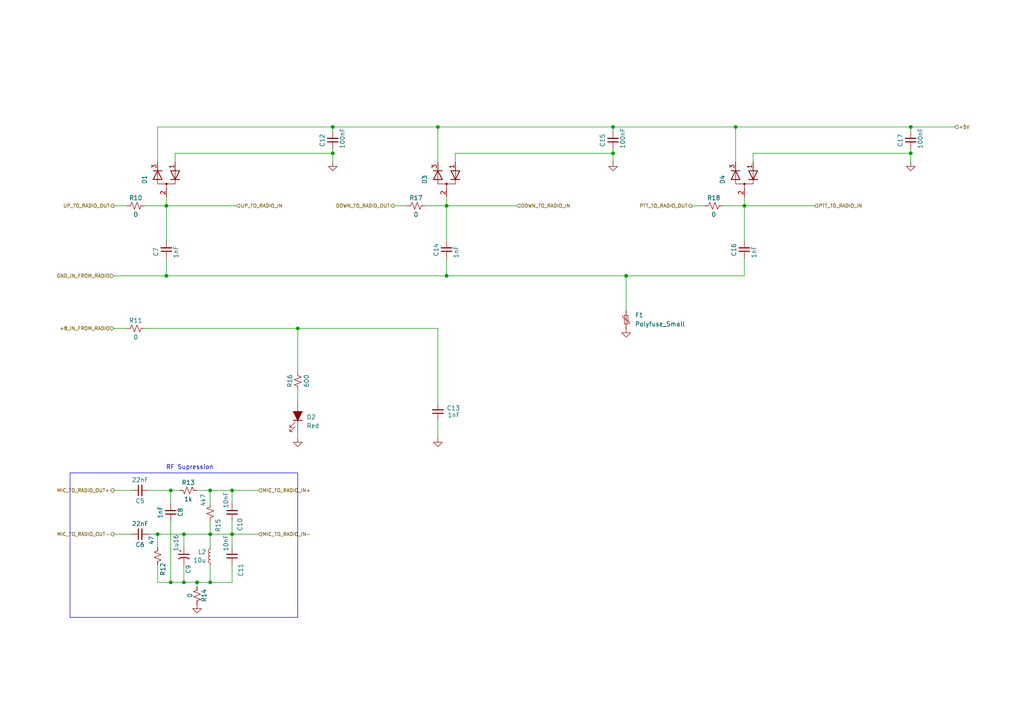
<source format=kicad_sch>
(kicad_sch (version 20250114) (generator "eeschema") (generator_version "9.0")
  (paper "A4")
  (lib_symbols
    (symbol "Device:C_Polarized_Small_US" (pin_numbers (hide yes)) (pin_names (offset 0.254) (hide yes))
      (property "Reference" "C" (at 0.254 1.778 0))
      (property "Value" "C_Polarized_Small_US" (at 0.254 -2.032 0))
      (symbol "C_Polarized_Small_US_0_1"
        (polyline (pts (xy -1.524 0.508) (xy 1.524 0.508)) (stroke (width 0.3048)))
        (polyline (pts (xy -1.27 1.524) (xy -0.762 1.524)))
        (polyline (pts (xy -1.016 1.27) (xy -1.016 1.778)))
        (arc (start -1.524 -0.762) (mid 0 -0.3734) (end 1.524 -0.762) (stroke (width 0.3048)))
      )
      (symbol "C_Polarized_Small_US_1_1"
        (pin passive line (at 0 2.54 270) (length 2.032) (name "~") (number "1"))
        (pin passive line (at 0 -2.54 90) (length 2.032) (name "~") (number "2"))
      )
    )
    (symbol "Device:C_Small" (pin_numbers (hide yes)) (pin_names (offset 0.254) (hide yes))
      (property "Reference" "C" (at 0.254 1.778 0))
      (property "Value" "C_Small" (at 0.254 -2.032 0))
      (symbol "C_Small_0_1"
        (polyline (pts (xy -1.524 0.508) (xy 1.524 0.508)) (stroke (width 0.3048)))
        (polyline (pts (xy -1.524 -0.508) (xy 1.524 -0.508)) (stroke (width 0.3302)))
      )
      (symbol "C_Small_1_1"
        (pin passive line (at 0 2.54 270) (length 2.032) (name "~") (number "1"))
        (pin passive line (at 0 -2.54 90) (length 2.032) (name "~") (number "2"))
      )
    )
    (symbol "Device:D_Dual_Series_ACK_Parallel" (pin_names (offset 0.762) (hide yes))
      (property "Reference" "D" (at 0 5.08 0))
      (property "Value" "D_Dual_Series_ACK_Parallel" (at 0 -5.08 0))
      (symbol "D_Dual_Series_ACK_Parallel_0_0"
        (polyline (pts (xy 0 -1.27) (xy 0 -3.81)) (stroke (width 0.254)))
        (polyline (pts (xy 2.54 3.81) (xy 2.54 1.27)) (stroke (width 0.254)))
      )
      (symbol "D_Dual_Series_ACK_Parallel_0_1"
        (circle (center -1.27 0) (radius 0.254) (fill (type outline)))
        (polyline (pts (xy -1.27 0) (xy -2.54 0)))
        (polyline (pts (xy 0 3.81) (xy 2.54 2.54) (xy 0 1.27) (xy 0 3.81) (xy 0 3.81) (xy 0 3.81)) (stroke (width 0.254)))
        (polyline (pts (xy 2.54 2.54) (xy -1.27 2.54) (xy -1.27 -2.54) (xy 2.54 -2.54)))
        (polyline (pts (xy 2.54 -1.27) (xy 0 -2.54) (xy 2.54 -3.81) (xy 2.54 -1.27) (xy 2.54 -1.27) (xy 2.54 -1.27)) (stroke (width 0.254)))
        (pin passive line (at -5.08 0 0) (length 2.54) (name "common") (number "2"))
        (pin passive line (at 5.08 2.54 180) (length 2.54) (name "K") (number "3"))
        (pin passive line (at 5.08 -2.54 180) (length 2.54) (name "A") (number "1"))
      )
    )
    (symbol "Device:LED_Filled" (pin_numbers (hide yes)) (pin_names (offset 1.016) (hide yes))
      (property "Reference" "D" (at 0 2.54 0))
      (property "Value" "LED_Filled" (at 0 -2.54 0))
      (symbol "LED_Filled_0_1"
        (polyline (pts (xy -3.048 -0.762) (xy -4.572 -2.286) (xy -3.81 -2.286) (xy -4.572 -2.286) (xy -4.572 -1.524)))
        (polyline (pts (xy -1.778 -0.762) (xy -3.302 -2.286) (xy -2.54 -2.286) (xy -3.302 -2.286) (xy -3.302 -1.524)))
        (polyline (pts (xy -1.27 0) (xy 1.27 0)))
        (polyline (pts (xy -1.27 -1.27) (xy -1.27 1.27)) (stroke (width 0.254)))
        (polyline (pts (xy 1.27 -1.27) (xy 1.27 1.27) (xy -1.27 0) (xy 1.27 -1.27)) (stroke (width 0.254)) (fill (type outline)))
      )
      (symbol "LED_Filled_1_1"
        (pin passive line (at -3.81 0 0) (length 2.54) (name "K") (number "1"))
        (pin passive line (at 3.81 0 180) (length 2.54) (name "A") (number "2"))
      )
    )
    (symbol "Device:L_Small" (pin_numbers (hide yes)) (pin_names (offset 0.254) (hide yes))
      (property "Reference" "L" (at 0.762 1.016 0))
      (property "Value" "L_Small" (at 0.762 -1.016 0))
      (symbol "L_Small_0_1"
        (arc (start 0 2.032) (mid 0.5058 1.524) (end 0 1.016))
        (arc (start 0 1.016) (mid 0.5058 0.508) (end 0 0))
        (arc (start 0 0) (mid 0.5058 -0.508) (end 0 -1.016))
        (arc (start 0 -1.016) (mid 0.5058 -1.524) (end 0 -2.032))
      )
      (symbol "L_Small_1_1"
        (pin passive line (at 0 2.54 270) (length 0.508) (name "~") (number "1"))
        (pin passive line (at 0 -2.54 90) (length 0.508) (name "~") (number "2"))
      )
    )
    (symbol "Device:Polyfuse_Small" (pin_numbers (hide yes)) (pin_names (offset 0))
      (property "Reference" "F" (at -1.905 0 90))
      (property "Value" "Polyfuse_Small" (at 1.905 0 90))
      (symbol "Polyfuse_Small_0_1"
        (polyline (pts (xy -1.016 1.27) (xy -1.016 0.762) (xy 1.016 -0.762) (xy 1.016 -1.27)))
        (rectangle (start -0.508 1.27) (end 0.508 -1.27))
        (polyline (pts (xy 0 2.54) (xy 0 -2.54)))
      )
      (symbol "Polyfuse_Small_1_1"
        (pin passive line (at 0 2.54 270) (length 0.635) (name "~") (number "1"))
        (pin passive line (at 0 -2.54 90) (length 0.635) (name "~") (number "2"))
      )
    )
    (symbol "Device:R_Small_US" (pin_numbers (hide yes)) (pin_names (offset 0.254) (hide yes))
      (property "Reference" "R" (at 0.762 0.508 0))
      (property "Value" "R_Small_US" (at 0.762 -1.016 0))
      (symbol "R_Small_US_1_1"
        (polyline (pts (xy 0 1.524) (xy 1.016 1.143) (xy 0 0.762) (xy -1.016 0.381) (xy 0 0)))
        (polyline (pts (xy 0 0) (xy 1.016 -0.381) (xy 0 -0.762) (xy -1.016 -1.143) (xy 0 -1.524)))
        (pin passive line (at 0 2.54 270) (length 1.016) (name "~") (number "1"))
        (pin passive line (at 0 -2.54 90) (length 1.016) (name "~") (number "2"))
      )
    )
    (symbol "power:GND" (power) (pin_numbers (hide yes)) (pin_names (offset 0) (hide yes))
      (property "Value" "GND" (at 0 -3.81 0))
      (symbol "GND_0_1"
        (polyline (pts (xy 0 0) (xy 0 -1.27) (xy 1.27 -1.27) (xy 0 -2.54) (xy -1.27 -1.27) (xy 0 -1.27)))
      )
      (symbol "GND_1_1"
        (pin power_in line (at 0 0 270) (length 0) (name "~") (number "1"))
      )
    )
  )
  (rectangle (start 86.36 137.16) (end 20.32 179.07))
  (text "RF Supression" (at 61.976 136.398 0) (effects (font (size 1.27 1.27)) (justify right bottom)))
  (junction (at 96.52 36.83))
  (junction (at 129.54 59.69))
  (junction (at 67.31 142.24))
  (junction (at 67.31 154.94))
  (junction (at 60.96 142.24))
  (junction (at 48.26 59.69))
  (junction (at 57.15 168.91))
  (junction (at 129.54 80.01))
  (junction (at 60.96 168.91))
  (junction (at 264.16 44.45))
  (junction (at 177.8 44.45))
  (junction (at 53.34 168.91))
  (junction (at 48.26 80.01))
  (junction (at 127 36.83))
  (junction (at 96.52 44.45))
  (junction (at 181.61 80.01))
  (junction (at 86.36 95.25))
  (junction (at 177.8 36.83))
  (junction (at 213.36 36.83))
  (junction (at 45.72 154.94))
  (junction (at 53.34 154.94))
  (junction (at 49.53 168.91))
  (junction (at 60.96 154.94))
  (junction (at 264.16 36.83))
  (junction (at 215.9 59.69))
  (junction (at 49.53 142.24))
  (wire (pts (xy 50.8 44.45) (xy 96.52 44.45)))
  (wire (pts (xy 215.9 80.01) (xy 215.9 74.93)))
  (wire (pts (xy 49.53 151.13) (xy 49.53 168.91)))
  (wire (pts (xy 129.54 74.93) (xy 129.54 80.01)))
  (wire (pts (xy 127 95.25) (xy 86.36 95.25)))
  (wire (pts (xy 96.52 36.83) (xy 96.52 38.1)))
  (wire (pts (xy 60.96 163.83) (xy 60.96 168.91)))
  (wire (pts (xy 67.31 154.94) (xy 60.96 154.94)))
  (wire (pts (xy 264.16 46.99) (xy 264.16 44.45)))
  (wire (pts (xy 129.54 59.69) (xy 129.54 69.85)))
  (wire (pts (xy 41.91 95.25) (xy 86.36 95.25)))
  (wire (pts (xy 60.96 146.05) (xy 60.96 142.24)))
  (wire (pts (xy 177.8 43.18) (xy 177.8 44.45)))
  (wire (pts (xy 218.44 44.45) (xy 264.16 44.45)))
  (wire (pts (xy 45.72 163.83) (xy 45.72 168.91)))
  (wire (pts (xy 213.36 46.99) (xy 213.36 36.83)))
  (wire (pts (xy 52.07 142.24) (xy 49.53 142.24)))
  (wire (pts (xy 129.54 59.69) (xy 149.86 59.69)))
  (wire (pts (xy 123.19 59.69) (xy 129.54 59.69)))
  (wire (pts (xy 53.34 168.91) (xy 57.15 168.91)))
  (wire (pts (xy 33.02 59.69) (xy 36.83 59.69)))
  (wire (pts (xy 45.72 168.91) (xy 49.53 168.91)))
  (wire (pts (xy 48.26 59.69) (xy 68.58 59.69)))
  (wire (pts (xy 60.96 154.94) (xy 60.96 158.75)))
  (wire (pts (xy 96.52 43.18) (xy 96.52 44.45)))
  (wire (pts (xy 127 121.92) (xy 127 127)))
  (wire (pts (xy 49.53 168.91) (xy 53.34 168.91)))
  (wire (pts (xy 114.3 59.69) (xy 118.11 59.69)))
  (wire (pts (xy 53.34 163.83) (xy 53.34 168.91)))
  (wire (pts (xy 67.31 146.05) (xy 67.31 142.24)))
  (wire (pts (xy 129.54 59.69) (xy 129.54 57.15)))
  (wire (pts (xy 86.36 124.46) (xy 86.36 127)))
  (wire (pts (xy 96.52 46.99) (xy 96.52 44.45)))
  (wire (pts (xy 181.61 80.01) (xy 215.9 80.01)))
  (wire (pts (xy 60.96 142.24) (xy 57.15 142.24)))
  (wire (pts (xy 218.44 44.45) (xy 218.44 46.99)))
  (wire (pts (xy 38.1 142.24) (xy 33.02 142.24)))
  (wire (pts (xy 215.9 59.69) (xy 215.9 57.15)))
  (wire (pts (xy 181.61 80.01) (xy 181.61 90.17)))
  (wire (pts (xy 33.02 80.01) (xy 48.26 80.01)))
  (wire (pts (xy 177.8 36.83) (xy 213.36 36.83)))
  (wire (pts (xy 53.34 154.94) (xy 45.72 154.94)))
  (wire (pts (xy 67.31 163.83) (xy 67.31 168.91)))
  (wire (pts (xy 86.36 113.03) (xy 86.36 116.84)))
  (wire (pts (xy 33.02 95.25) (xy 36.83 95.25)))
  (wire (pts (xy 200.66 59.69) (xy 204.47 59.69)))
  (wire (pts (xy 127 95.25) (xy 127 116.84)))
  (wire (pts (xy 45.72 158.75) (xy 45.72 154.94)))
  (wire (pts (xy 213.36 36.83) (xy 264.16 36.83)))
  (wire (pts (xy 177.8 36.83) (xy 177.8 38.1)))
  (wire (pts (xy 38.1 154.94) (xy 33.02 154.94)))
  (wire (pts (xy 45.72 46.99) (xy 45.72 36.83)))
  (wire (pts (xy 67.31 151.13) (xy 67.31 154.94)))
  (wire (pts (xy 264.16 43.18) (xy 264.16 44.45)))
  (wire (pts (xy 74.93 154.94) (xy 67.31 154.94)))
  (wire (pts (xy 127 36.83) (xy 177.8 36.83)))
  (wire (pts (xy 41.91 59.69) (xy 48.26 59.69)))
  (wire (pts (xy 45.72 36.83) (xy 96.52 36.83)))
  (wire (pts (xy 60.96 168.91) (xy 67.31 168.91)))
  (wire (pts (xy 49.53 142.24) (xy 43.18 142.24)))
  (wire (pts (xy 60.96 151.13) (xy 60.96 154.94)))
  (wire (pts (xy 132.08 44.45) (xy 132.08 46.99)))
  (wire (pts (xy 215.9 59.69) (xy 215.9 69.85)))
  (wire (pts (xy 48.26 74.93) (xy 48.26 80.01)))
  (wire (pts (xy 57.15 168.91) (xy 60.96 168.91)))
  (wire (pts (xy 86.36 95.25) (xy 86.36 107.95)))
  (wire (pts (xy 53.34 154.94) (xy 53.34 158.75)))
  (wire (pts (xy 264.16 36.83) (xy 264.16 38.1)))
  (wire (pts (xy 60.96 142.24) (xy 67.31 142.24)))
  (wire (pts (xy 127 46.99) (xy 127 36.83)))
  (wire (pts (xy 67.31 154.94) (xy 67.31 158.75)))
  (wire (pts (xy 129.54 80.01) (xy 181.61 80.01)))
  (wire (pts (xy 96.52 36.83) (xy 127 36.83)))
  (wire (pts (xy 132.08 44.45) (xy 177.8 44.45)))
  (wire (pts (xy 50.8 44.45) (xy 50.8 46.99)))
  (wire (pts (xy 276.86 36.83) (xy 264.16 36.83)))
  (wire (pts (xy 74.93 142.24) (xy 67.31 142.24)))
  (wire (pts (xy 57.15 170.18) (xy 57.15 168.91)))
  (wire (pts (xy 49.53 142.24) (xy 49.53 146.05)))
  (wire (pts (xy 60.96 154.94) (xy 53.34 154.94)))
  (wire (pts (xy 48.26 59.69) (xy 48.26 69.85)))
  (wire (pts (xy 209.55 59.69) (xy 215.9 59.69)))
  (wire (pts (xy 215.9 59.69) (xy 236.22 59.69)))
  (wire (pts (xy 48.26 80.01) (xy 129.54 80.01)))
  (wire (pts (xy 45.72 154.94) (xy 43.18 154.94)))
  (wire (pts (xy 177.8 46.99) (xy 177.8 44.45)))
  (wire (pts (xy 48.26 59.69) (xy 48.26 57.15)))
  (hierarchical_label "MIC_TO_RADIO_OUT-" (shape output) (at 33.02 154.94 180) (effects (font (size 1 1))))
  (hierarchical_label "DOWN_TO_RADIO_OUT" (shape output) (at 114.3 59.69 180) (effects (font (size 1 1))))
  (hierarchical_label "MIC_TO_RADIO_IN-" (shape input) (at 74.93 154.94 0) (effects (font (size 1 1))))
  (hierarchical_label "PTT_TO_RADIO_OUT" (shape output) (at 200.66 59.69 180) (effects (font (size 1 1))))
  (hierarchical_label "DOWN_TO_RADIO_IN" (shape input) (at 149.86 59.69 0) (effects (font (size 1 1))))
  (hierarchical_label "GND_IN_FROM_RADIO" (shape input) (at 33.02 80.01 180) (effects (font (size 1 1))))
  (hierarchical_label "UP_TO_RADIO_IN" (shape input) (at 68.58 59.69 0) (effects (font (size 1 1))))
  (hierarchical_label "MIC_TO_RADIO_IN+" (shape input) (at 74.93 142.24 0) (effects (font (size 1 1))))
  (hierarchical_label "MIC_TO_RADIO_OUT+" (shape output) (at 33.02 142.24 180) (effects (font (size 1 1))))
  (hierarchical_label "+8_IN_FROM_RADIO" (shape input) (at 33.02 95.25 180) (effects (font (size 1 1))))
  (hierarchical_label "+5V" (shape input) (at 276.86 36.83 0) (effects (font (size 1 1))))
  (hierarchical_label "UP_TO_RADIO_OUT" (shape output) (at 33.02 59.69 180) (effects (font (size 1 1))))
  (hierarchical_label "PTT_TO_RADIO_IN" (shape input) (at 236.22 59.69 0) (effects (font (size 1 1))))
  (symbol (lib_id "power:GND") (at 96.52 46.99 0) (mirror y) (unit 1)
    (property "Reference" "#PWR08" (effects (hide yes)))
    (property "Value" "GND" (effects (hide yes)))
    (property "Description" "Power symbol creates a global label with name \"GND\" , ground" (effects (hide yes)))
  )
  (symbol (lib_id "Device:C_Small") (at 129.54 72.39 180) (unit 1)
    (property "Reference" "C14" (at 126.492 74.422 90) (effects (justify right)))
    (property "Value" "1nF" (at 132.334 74.93 90) (effects (justify right)))
    (property "Description" "Unpolarized capacitor, small symbol" (effects (hide yes)))
  )
  (symbol (lib_id "power:GND") (at 181.61 95.25 0) (mirror y) (unit 1)
    (property "Reference" "#PWR011" (effects (hide yes)))
    (property "Value" "GND" (effects (hide yes)))
    (property "Description" "Power symbol creates a global label with name \"GND\" , ground" (effects (hide yes)))
  )
  (symbol (lib_id "Device:C_Small") (at 96.52 40.64 180) (unit 1)
    (property "Reference" "C12" (at 93.472 42.672 90) (effects (justify right)))
    (property "Value" "100nF" (at 99.314 43.18 90) (effects (justify right)))
    (property "Description" "Unpolarized capacitor, small symbol" (effects (hide yes)))
  )
  (symbol (lib_id "Device:C_Small") (at 67.31 148.59 0) (mirror x) (unit 1)
    (property "Reference" "C10" (at 69.596 152.146 90))
    (property "Value" "10nF" (at 65.532 145.034 90))
    (property "Description" "Unpolarized capacitor, small symbol" (effects (hide yes)))
  )
  (symbol (lib_id "Device:C_Small") (at 264.16 40.64 180) (unit 1)
    (property "Reference" "C17" (at 261.112 42.672 90) (effects (justify right)))
    (property "Value" "100nF" (at 266.954 43.18 90) (effects (justify right)))
    (property "Description" "Unpolarized capacitor, small symbol" (effects (hide yes)))
  )
  (symbol (lib_id "Device:D_Dual_Series_ACK_Parallel") (at 48.26 52.07 90) (unit 1)
    (property "Reference" "D1" (at 41.91 52.07 0))
    (property "Value" "D_Dual_Series_ACK_Parallel" (effects (hide yes)))
    (property "Description" "Dual diode, anode/center/cathode" (effects (hide yes)))
  )
  (symbol (lib_id "Device:C_Small") (at 48.26 72.39 180) (unit 1)
    (property "Reference" "C7" (at 45.212 74.422 90) (effects (justify right)))
    (property "Value" "1nF" (at 51.054 74.93 90) (effects (justify right)))
    (property "Description" "Unpolarized capacitor, small symbol" (effects (hide yes)))
  )
  (symbol (lib_id "Device:C_Small") (at 40.64 142.24 90) (mirror x) (unit 1)
    (property "Reference" "C5" (at 40.64 145.288 90))
    (property "Value" "22nF" (at 40.64 139.192 90))
    (property "Description" "Unpolarized capacitor, small symbol" (effects (hide yes)))
  )
  (symbol (lib_id "Device:R_Small_US") (at 120.65 59.69 270) (unit 1)
    (property "Reference" "R17" (at 120.65 57.404 90))
    (property "Value" "0" (at 120.65 62.23 90))
    (property "Description" "Resistor, small US symbol" (effects (hide yes)))
  )
  (symbol (lib_id "Device:C_Small") (at 49.53 148.59 180) (unit 1)
    (property "Reference" "C8" (at 52.324 148.59 90))
    (property "Value" "1nF" (at 46.482 148.59 90))
    (property "Description" "Unpolarized capacitor, small symbol" (effects (hide yes)))
  )
  (symbol (lib_id "Device:C_Small") (at 215.9 72.39 180) (unit 1)
    (property "Reference" "C16" (at 212.852 74.422 90) (effects (justify right)))
    (property "Value" "1nF" (at 218.694 74.93 90) (effects (justify right)))
    (property "Description" "Unpolarized capacitor, small symbol" (effects (hide yes)))
  )
  (symbol (lib_id "Device:R_Small_US") (at 39.37 95.25 270) (unit 1)
    (property "Reference" "R11" (at 39.37 92.964 90))
    (property "Value" "0" (at 39.37 97.79 90))
    (property "Description" "Resistor, small US symbol" (effects (hide yes)))
  )
  (symbol (lib_id "Device:D_Dual_Series_ACK_Parallel") (at 129.54 52.07 90) (unit 1)
    (property "Reference" "D3" (at 123.19 52.07 0))
    (property "Value" "D_Dual_Series_ACK_Parallel" (effects (hide yes)))
    (property "Description" "Dual diode, anode/center/cathode" (effects (hide yes)))
  )
  (symbol (lib_id "power:GND") (at 127 127 0) (unit 1)
    (property "Reference" "#PWR09" (effects (hide yes)))
    (property "Value" "GND" (effects (hide yes)))
    (property "Description" "Power symbol creates a global label with name \"GND\" , ground" (effects (hide yes)))
  )
  (symbol (lib_id "Device:C_Small") (at 40.64 154.94 90) (mirror x) (unit 1)
    (property "Reference" "C6" (at 40.64 157.988 90))
    (property "Value" "22nF" (at 40.64 151.892 90))
    (property "Description" "Unpolarized capacitor, small symbol" (effects (hide yes)))
  )
  (symbol (lib_id "power:GND") (at 57.15 175.26 0) (mirror y) (unit 1)
    (property "Reference" "#PWR06" (effects (hide yes)))
    (property "Value" "GND" (effects (hide yes)))
    (property "Description" "Power symbol creates a global label with name \"GND\" , ground" (effects (hide yes)))
  )
  (symbol (lib_id "Device:R_Small_US") (at 207.01 59.69 270) (unit 1)
    (property "Reference" "R18" (at 207.01 57.404 90))
    (property "Value" "0" (at 207.01 62.23 90))
    (property "Description" "Resistor, small US symbol" (effects (hide yes)))
  )
  (symbol (lib_id "Device:C_Small") (at 127 119.38 180) (unit 1)
    (property "Reference" "C13" (at 129.54 118.364 0) (effects (justify right)))
    (property "Value" "1nF" (at 129.794 120.396 0) (effects (justify right)))
    (property "Description" "Unpolarized capacitor, small symbol" (effects (hide yes)))
  )
  (symbol (lib_id "power:GND") (at 177.8 46.99 0) (mirror y) (unit 1)
    (property "Reference" "#PWR010" (effects (hide yes)))
    (property "Value" "GND" (effects (hide yes)))
    (property "Description" "Power symbol creates a global label with name \"GND\" , ground" (effects (hide yes)))
  )
  (symbol (lib_id "Device:R_Small_US") (at 57.15 172.72 0) (mirror y) (unit 1)
    (property "Reference" "R14" (at 59.182 172.72 90))
    (property "Value" "0" (at 55.118 172.72 90))
    (property "Description" "Resistor, small US symbol" (effects (hide yes)))
  )
  (symbol (lib_id "power:GND") (at 86.36 127 0) (unit 1)
    (property "Reference" "#PWR07" (effects (hide yes)))
    (property "Value" "GND" (effects (hide yes)))
    (property "Description" "Power symbol creates a global label with name \"GND\" , ground" (effects (hide yes)))
  )
  (symbol (lib_id "Device:R_Small_US") (at 60.96 148.59 0) (mirror y) (unit 1)
    (property "Reference" "R15" (at 63.246 152.4 90))
    (property "Value" "4k7" (at 58.928 145.034 90))
    (property "Description" "Resistor, small US symbol" (effects (hide yes)))
  )
  (symbol (lib_id "Device:C_Small") (at 67.31 161.29 0) (mirror x) (unit 1)
    (property "Reference" "C11" (at 69.85 165.354 90))
    (property "Value" "10nF" (at 65.532 157.48 90))
    (property "Description" "Unpolarized capacitor, small symbol" (effects (hide yes)))
  )
  (symbol (lib_id "Device:R_Small_US") (at 86.36 110.49 0) (unit 1)
    (property "Reference" "R16" (at 84.074 110.49 90))
    (property "Value" "600" (at 88.9 110.49 90))
    (property "Description" "Resistor, small US symbol" (effects (hide yes)))
  )
  (symbol (lib_id "Device:C_Small") (at 177.8 40.64 180) (unit 1)
    (property "Reference" "C15" (at 174.752 42.672 90) (effects (justify right)))
    (property "Value" "100nF" (at 180.594 43.18 90) (effects (justify right)))
    (property "Description" "Unpolarized capacitor, small symbol" (effects (hide yes)))
  )
  (symbol (lib_id "Device:LED_Filled") (at 86.36 120.65 270) (mirror x) (unit 1)
    (property "Reference" "D2" (at 88.9 120.9674 90) (effects (justify left)))
    (property "Value" "Red" (at 88.9 123.5074 90) (effects (justify left)))
    (property "Footprint" "LED_THT:LED_D5.0mm" (effects (hide yes)))
    (property "Description" "Light emitting diode, filled shape" (effects (hide yes)))
    (property "DigiKey Part Number" "732-5016-ND" (effects (hide yes)))
  )
  (symbol (lib_id "Device:C_Polarized_Small_US") (at 53.34 161.29 0) (unit 1)
    (property "Reference" "C9" (at 54.61 165.1 90))
    (property "Value" "1u16" (at 51.054 157.48 90))
    (property "Description" "Polarized capacitor, small US symbol" (effects (hide yes)))
  )
  (symbol (lib_id "power:GND") (at 264.16 46.99 0) (mirror y) (unit 1)
    (property "Reference" "#PWR012" (effects (hide yes)))
    (property "Value" "GND" (effects (hide yes)))
    (property "Description" "Power symbol creates a global label with name \"GND\" , ground" (effects (hide yes)))
  )
  (symbol (lib_id "Device:Polyfuse_Small") (at 181.61 92.71 0) (unit 1)
    (property "Reference" "F1" (at 184.15 91.4399 0) (effects (justify left)))
    (property "Value" "Polyfuse_Small" (at 184.15 93.9799 0) (effects (justify left)))
    (property "Description" "Resettable fuse, polymeric positive temperature coefficient, small symbol" (effects (hide yes)))
  )
  (symbol (lib_id "Device:D_Dual_Series_ACK_Parallel") (at 215.9 52.07 90) (unit 1)
    (property "Reference" "D4" (at 209.55 52.07 0))
    (property "Value" "D_Dual_Series_ACK_Parallel" (effects (hide yes)))
    (property "Description" "Dual diode, anode/center/cathode" (effects (hide yes)))
  )
  (symbol (lib_id "Device:R_Small_US") (at 39.37 59.69 270) (unit 1)
    (property "Reference" "R10" (at 39.37 57.404 90))
    (property "Value" "0" (at 39.37 62.23 90))
    (property "Description" "Resistor, small US symbol" (effects (hide yes)))
  )
  (symbol (lib_id "Device:R_Small_US") (at 54.61 142.24 90) (mirror x) (unit 1)
    (property "Reference" "R13" (at 54.61 139.954 90))
    (property "Value" "1k" (at 54.61 144.78 90))
    (property "Description" "Resistor, small US symbol" (effects (hide yes)))
  )
  (symbol (lib_id "Device:L_Small") (at 60.96 161.29 0) (mirror y) (unit 1)
    (property "Reference" "L2" (at 59.8192 160.0778 0) (effects (justify left)))
    (property "Value" "10u" (at 59.8192 162.5021 0) (effects (justify left)))
    (property "Description" "Inductor, small symbol" (effects (hide yes)))
  )
  (symbol (lib_id "Device:R_Small_US") (at 45.72 161.29 0) (mirror y) (unit 1)
    (property "Reference" "R12" (at 47.244 165.1 90))
    (property "Value" "47" (at 43.942 156.718 90))
    (property "Description" "Resistor, small US symbol" (effects (hide yes)))
  )
)
</source>
